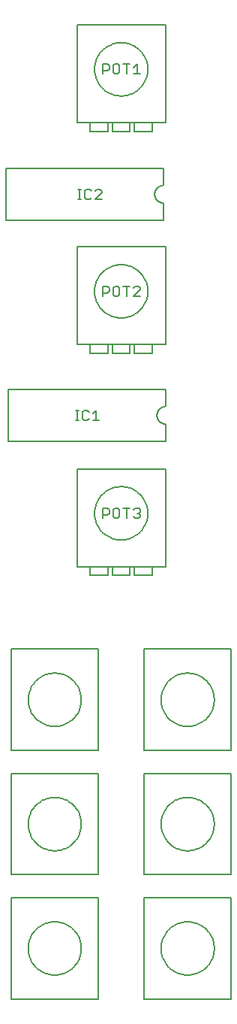
<source format=gto>
G75*
%MOIN*%
%OFA0B0*%
%FSLAX24Y24*%
%IPPOS*%
%LPD*%
%AMOC8*
5,1,8,0,0,1.08239X$1,22.5*
%
%ADD10C,0.0050*%
%ADD11C,0.0060*%
D10*
X001132Y000528D02*
X001132Y005016D01*
X004990Y005016D01*
X004990Y000528D01*
X001132Y000528D01*
X001132Y006040D02*
X001132Y010528D01*
X004990Y010528D01*
X004990Y006040D01*
X001132Y006040D01*
X001132Y011552D02*
X001132Y016040D01*
X004990Y016040D01*
X004990Y011552D01*
X001132Y011552D01*
X001880Y013796D02*
X001882Y013865D01*
X001888Y013933D01*
X001898Y014001D01*
X001912Y014068D01*
X001930Y014135D01*
X001951Y014200D01*
X001977Y014264D01*
X002006Y014326D01*
X002038Y014386D01*
X002074Y014445D01*
X002114Y014501D01*
X002156Y014555D01*
X002202Y014606D01*
X002251Y014655D01*
X002302Y014701D01*
X002356Y014743D01*
X002412Y014783D01*
X002470Y014819D01*
X002531Y014851D01*
X002593Y014880D01*
X002657Y014906D01*
X002722Y014927D01*
X002789Y014945D01*
X002856Y014959D01*
X002924Y014969D01*
X002992Y014975D01*
X003061Y014977D01*
X003130Y014975D01*
X003198Y014969D01*
X003266Y014959D01*
X003333Y014945D01*
X003400Y014927D01*
X003465Y014906D01*
X003529Y014880D01*
X003591Y014851D01*
X003651Y014819D01*
X003710Y014783D01*
X003766Y014743D01*
X003820Y014701D01*
X003871Y014655D01*
X003920Y014606D01*
X003966Y014555D01*
X004008Y014501D01*
X004048Y014445D01*
X004084Y014386D01*
X004116Y014326D01*
X004145Y014264D01*
X004171Y014200D01*
X004192Y014135D01*
X004210Y014068D01*
X004224Y014001D01*
X004234Y013933D01*
X004240Y013865D01*
X004242Y013796D01*
X004240Y013727D01*
X004234Y013659D01*
X004224Y013591D01*
X004210Y013524D01*
X004192Y013457D01*
X004171Y013392D01*
X004145Y013328D01*
X004116Y013266D01*
X004084Y013205D01*
X004048Y013147D01*
X004008Y013091D01*
X003966Y013037D01*
X003920Y012986D01*
X003871Y012937D01*
X003820Y012891D01*
X003766Y012849D01*
X003710Y012809D01*
X003652Y012773D01*
X003591Y012741D01*
X003529Y012712D01*
X003465Y012686D01*
X003400Y012665D01*
X003333Y012647D01*
X003266Y012633D01*
X003198Y012623D01*
X003130Y012617D01*
X003061Y012615D01*
X002992Y012617D01*
X002924Y012623D01*
X002856Y012633D01*
X002789Y012647D01*
X002722Y012665D01*
X002657Y012686D01*
X002593Y012712D01*
X002531Y012741D01*
X002470Y012773D01*
X002412Y012809D01*
X002356Y012849D01*
X002302Y012891D01*
X002251Y012937D01*
X002202Y012986D01*
X002156Y013037D01*
X002114Y013091D01*
X002074Y013147D01*
X002038Y013205D01*
X002006Y013266D01*
X001977Y013328D01*
X001951Y013392D01*
X001930Y013457D01*
X001912Y013524D01*
X001898Y013591D01*
X001888Y013659D01*
X001882Y013727D01*
X001880Y013796D01*
X001880Y008284D02*
X001882Y008353D01*
X001888Y008421D01*
X001898Y008489D01*
X001912Y008556D01*
X001930Y008623D01*
X001951Y008688D01*
X001977Y008752D01*
X002006Y008814D01*
X002038Y008874D01*
X002074Y008933D01*
X002114Y008989D01*
X002156Y009043D01*
X002202Y009094D01*
X002251Y009143D01*
X002302Y009189D01*
X002356Y009231D01*
X002412Y009271D01*
X002470Y009307D01*
X002531Y009339D01*
X002593Y009368D01*
X002657Y009394D01*
X002722Y009415D01*
X002789Y009433D01*
X002856Y009447D01*
X002924Y009457D01*
X002992Y009463D01*
X003061Y009465D01*
X003130Y009463D01*
X003198Y009457D01*
X003266Y009447D01*
X003333Y009433D01*
X003400Y009415D01*
X003465Y009394D01*
X003529Y009368D01*
X003591Y009339D01*
X003651Y009307D01*
X003710Y009271D01*
X003766Y009231D01*
X003820Y009189D01*
X003871Y009143D01*
X003920Y009094D01*
X003966Y009043D01*
X004008Y008989D01*
X004048Y008933D01*
X004084Y008874D01*
X004116Y008814D01*
X004145Y008752D01*
X004171Y008688D01*
X004192Y008623D01*
X004210Y008556D01*
X004224Y008489D01*
X004234Y008421D01*
X004240Y008353D01*
X004242Y008284D01*
X004240Y008215D01*
X004234Y008147D01*
X004224Y008079D01*
X004210Y008012D01*
X004192Y007945D01*
X004171Y007880D01*
X004145Y007816D01*
X004116Y007754D01*
X004084Y007693D01*
X004048Y007635D01*
X004008Y007579D01*
X003966Y007525D01*
X003920Y007474D01*
X003871Y007425D01*
X003820Y007379D01*
X003766Y007337D01*
X003710Y007297D01*
X003652Y007261D01*
X003591Y007229D01*
X003529Y007200D01*
X003465Y007174D01*
X003400Y007153D01*
X003333Y007135D01*
X003266Y007121D01*
X003198Y007111D01*
X003130Y007105D01*
X003061Y007103D01*
X002992Y007105D01*
X002924Y007111D01*
X002856Y007121D01*
X002789Y007135D01*
X002722Y007153D01*
X002657Y007174D01*
X002593Y007200D01*
X002531Y007229D01*
X002470Y007261D01*
X002412Y007297D01*
X002356Y007337D01*
X002302Y007379D01*
X002251Y007425D01*
X002202Y007474D01*
X002156Y007525D01*
X002114Y007579D01*
X002074Y007635D01*
X002038Y007693D01*
X002006Y007754D01*
X001977Y007816D01*
X001951Y007880D01*
X001930Y007945D01*
X001912Y008012D01*
X001898Y008079D01*
X001888Y008147D01*
X001882Y008215D01*
X001880Y008284D01*
X001880Y002772D02*
X001882Y002841D01*
X001888Y002909D01*
X001898Y002977D01*
X001912Y003044D01*
X001930Y003111D01*
X001951Y003176D01*
X001977Y003240D01*
X002006Y003302D01*
X002038Y003362D01*
X002074Y003421D01*
X002114Y003477D01*
X002156Y003531D01*
X002202Y003582D01*
X002251Y003631D01*
X002302Y003677D01*
X002356Y003719D01*
X002412Y003759D01*
X002470Y003795D01*
X002531Y003827D01*
X002593Y003856D01*
X002657Y003882D01*
X002722Y003903D01*
X002789Y003921D01*
X002856Y003935D01*
X002924Y003945D01*
X002992Y003951D01*
X003061Y003953D01*
X003130Y003951D01*
X003198Y003945D01*
X003266Y003935D01*
X003333Y003921D01*
X003400Y003903D01*
X003465Y003882D01*
X003529Y003856D01*
X003591Y003827D01*
X003651Y003795D01*
X003710Y003759D01*
X003766Y003719D01*
X003820Y003677D01*
X003871Y003631D01*
X003920Y003582D01*
X003966Y003531D01*
X004008Y003477D01*
X004048Y003421D01*
X004084Y003362D01*
X004116Y003302D01*
X004145Y003240D01*
X004171Y003176D01*
X004192Y003111D01*
X004210Y003044D01*
X004224Y002977D01*
X004234Y002909D01*
X004240Y002841D01*
X004242Y002772D01*
X004240Y002703D01*
X004234Y002635D01*
X004224Y002567D01*
X004210Y002500D01*
X004192Y002433D01*
X004171Y002368D01*
X004145Y002304D01*
X004116Y002242D01*
X004084Y002181D01*
X004048Y002123D01*
X004008Y002067D01*
X003966Y002013D01*
X003920Y001962D01*
X003871Y001913D01*
X003820Y001867D01*
X003766Y001825D01*
X003710Y001785D01*
X003652Y001749D01*
X003591Y001717D01*
X003529Y001688D01*
X003465Y001662D01*
X003400Y001641D01*
X003333Y001623D01*
X003266Y001609D01*
X003198Y001599D01*
X003130Y001593D01*
X003061Y001591D01*
X002992Y001593D01*
X002924Y001599D01*
X002856Y001609D01*
X002789Y001623D01*
X002722Y001641D01*
X002657Y001662D01*
X002593Y001688D01*
X002531Y001717D01*
X002470Y001749D01*
X002412Y001785D01*
X002356Y001825D01*
X002302Y001867D01*
X002251Y001913D01*
X002202Y001962D01*
X002156Y002013D01*
X002114Y002067D01*
X002074Y002123D01*
X002038Y002181D01*
X002006Y002242D01*
X001977Y002304D01*
X001951Y002368D01*
X001930Y002433D01*
X001912Y002500D01*
X001898Y002567D01*
X001888Y002635D01*
X001882Y002703D01*
X001880Y002772D01*
X004636Y019308D02*
X005423Y019308D01*
X005423Y019701D01*
X004636Y019701D01*
X004636Y019308D01*
X004636Y019701D02*
X004045Y019701D01*
X004045Y024032D01*
X007982Y024032D01*
X007982Y019701D01*
X007392Y019701D01*
X007392Y019308D01*
X006604Y019308D01*
X006604Y019701D01*
X006407Y019701D01*
X006407Y019308D01*
X005620Y019308D01*
X005620Y019701D01*
X005423Y019701D01*
X005620Y019701D02*
X006407Y019701D01*
X006604Y019701D02*
X007392Y019701D01*
X007037Y016040D02*
X007037Y011552D01*
X010896Y011552D01*
X010896Y016040D01*
X007037Y016040D01*
X007037Y010528D02*
X007037Y006040D01*
X010896Y006040D01*
X010896Y010528D01*
X007037Y010528D01*
X007037Y005016D02*
X007037Y000528D01*
X010896Y000528D01*
X010896Y005016D01*
X007037Y005016D01*
X007786Y002772D02*
X007788Y002841D01*
X007794Y002909D01*
X007804Y002977D01*
X007818Y003044D01*
X007836Y003111D01*
X007857Y003176D01*
X007883Y003240D01*
X007912Y003302D01*
X007944Y003362D01*
X007980Y003421D01*
X008020Y003477D01*
X008062Y003531D01*
X008108Y003582D01*
X008157Y003631D01*
X008208Y003677D01*
X008262Y003719D01*
X008318Y003759D01*
X008376Y003795D01*
X008437Y003827D01*
X008499Y003856D01*
X008563Y003882D01*
X008628Y003903D01*
X008695Y003921D01*
X008762Y003935D01*
X008830Y003945D01*
X008898Y003951D01*
X008967Y003953D01*
X009036Y003951D01*
X009104Y003945D01*
X009172Y003935D01*
X009239Y003921D01*
X009306Y003903D01*
X009371Y003882D01*
X009435Y003856D01*
X009497Y003827D01*
X009557Y003795D01*
X009616Y003759D01*
X009672Y003719D01*
X009726Y003677D01*
X009777Y003631D01*
X009826Y003582D01*
X009872Y003531D01*
X009914Y003477D01*
X009954Y003421D01*
X009990Y003362D01*
X010022Y003302D01*
X010051Y003240D01*
X010077Y003176D01*
X010098Y003111D01*
X010116Y003044D01*
X010130Y002977D01*
X010140Y002909D01*
X010146Y002841D01*
X010148Y002772D01*
X010146Y002703D01*
X010140Y002635D01*
X010130Y002567D01*
X010116Y002500D01*
X010098Y002433D01*
X010077Y002368D01*
X010051Y002304D01*
X010022Y002242D01*
X009990Y002181D01*
X009954Y002123D01*
X009914Y002067D01*
X009872Y002013D01*
X009826Y001962D01*
X009777Y001913D01*
X009726Y001867D01*
X009672Y001825D01*
X009616Y001785D01*
X009558Y001749D01*
X009497Y001717D01*
X009435Y001688D01*
X009371Y001662D01*
X009306Y001641D01*
X009239Y001623D01*
X009172Y001609D01*
X009104Y001599D01*
X009036Y001593D01*
X008967Y001591D01*
X008898Y001593D01*
X008830Y001599D01*
X008762Y001609D01*
X008695Y001623D01*
X008628Y001641D01*
X008563Y001662D01*
X008499Y001688D01*
X008437Y001717D01*
X008376Y001749D01*
X008318Y001785D01*
X008262Y001825D01*
X008208Y001867D01*
X008157Y001913D01*
X008108Y001962D01*
X008062Y002013D01*
X008020Y002067D01*
X007980Y002123D01*
X007944Y002181D01*
X007912Y002242D01*
X007883Y002304D01*
X007857Y002368D01*
X007836Y002433D01*
X007818Y002500D01*
X007804Y002567D01*
X007794Y002635D01*
X007788Y002703D01*
X007786Y002772D01*
X007786Y008284D02*
X007788Y008353D01*
X007794Y008421D01*
X007804Y008489D01*
X007818Y008556D01*
X007836Y008623D01*
X007857Y008688D01*
X007883Y008752D01*
X007912Y008814D01*
X007944Y008874D01*
X007980Y008933D01*
X008020Y008989D01*
X008062Y009043D01*
X008108Y009094D01*
X008157Y009143D01*
X008208Y009189D01*
X008262Y009231D01*
X008318Y009271D01*
X008376Y009307D01*
X008437Y009339D01*
X008499Y009368D01*
X008563Y009394D01*
X008628Y009415D01*
X008695Y009433D01*
X008762Y009447D01*
X008830Y009457D01*
X008898Y009463D01*
X008967Y009465D01*
X009036Y009463D01*
X009104Y009457D01*
X009172Y009447D01*
X009239Y009433D01*
X009306Y009415D01*
X009371Y009394D01*
X009435Y009368D01*
X009497Y009339D01*
X009557Y009307D01*
X009616Y009271D01*
X009672Y009231D01*
X009726Y009189D01*
X009777Y009143D01*
X009826Y009094D01*
X009872Y009043D01*
X009914Y008989D01*
X009954Y008933D01*
X009990Y008874D01*
X010022Y008814D01*
X010051Y008752D01*
X010077Y008688D01*
X010098Y008623D01*
X010116Y008556D01*
X010130Y008489D01*
X010140Y008421D01*
X010146Y008353D01*
X010148Y008284D01*
X010146Y008215D01*
X010140Y008147D01*
X010130Y008079D01*
X010116Y008012D01*
X010098Y007945D01*
X010077Y007880D01*
X010051Y007816D01*
X010022Y007754D01*
X009990Y007693D01*
X009954Y007635D01*
X009914Y007579D01*
X009872Y007525D01*
X009826Y007474D01*
X009777Y007425D01*
X009726Y007379D01*
X009672Y007337D01*
X009616Y007297D01*
X009558Y007261D01*
X009497Y007229D01*
X009435Y007200D01*
X009371Y007174D01*
X009306Y007153D01*
X009239Y007135D01*
X009172Y007121D01*
X009104Y007111D01*
X009036Y007105D01*
X008967Y007103D01*
X008898Y007105D01*
X008830Y007111D01*
X008762Y007121D01*
X008695Y007135D01*
X008628Y007153D01*
X008563Y007174D01*
X008499Y007200D01*
X008437Y007229D01*
X008376Y007261D01*
X008318Y007297D01*
X008262Y007337D01*
X008208Y007379D01*
X008157Y007425D01*
X008108Y007474D01*
X008062Y007525D01*
X008020Y007579D01*
X007980Y007635D01*
X007944Y007693D01*
X007912Y007754D01*
X007883Y007816D01*
X007857Y007880D01*
X007836Y007945D01*
X007818Y008012D01*
X007804Y008079D01*
X007794Y008147D01*
X007788Y008215D01*
X007786Y008284D01*
X007786Y013796D02*
X007788Y013865D01*
X007794Y013933D01*
X007804Y014001D01*
X007818Y014068D01*
X007836Y014135D01*
X007857Y014200D01*
X007883Y014264D01*
X007912Y014326D01*
X007944Y014386D01*
X007980Y014445D01*
X008020Y014501D01*
X008062Y014555D01*
X008108Y014606D01*
X008157Y014655D01*
X008208Y014701D01*
X008262Y014743D01*
X008318Y014783D01*
X008376Y014819D01*
X008437Y014851D01*
X008499Y014880D01*
X008563Y014906D01*
X008628Y014927D01*
X008695Y014945D01*
X008762Y014959D01*
X008830Y014969D01*
X008898Y014975D01*
X008967Y014977D01*
X009036Y014975D01*
X009104Y014969D01*
X009172Y014959D01*
X009239Y014945D01*
X009306Y014927D01*
X009371Y014906D01*
X009435Y014880D01*
X009497Y014851D01*
X009557Y014819D01*
X009616Y014783D01*
X009672Y014743D01*
X009726Y014701D01*
X009777Y014655D01*
X009826Y014606D01*
X009872Y014555D01*
X009914Y014501D01*
X009954Y014445D01*
X009990Y014386D01*
X010022Y014326D01*
X010051Y014264D01*
X010077Y014200D01*
X010098Y014135D01*
X010116Y014068D01*
X010130Y014001D01*
X010140Y013933D01*
X010146Y013865D01*
X010148Y013796D01*
X010146Y013727D01*
X010140Y013659D01*
X010130Y013591D01*
X010116Y013524D01*
X010098Y013457D01*
X010077Y013392D01*
X010051Y013328D01*
X010022Y013266D01*
X009990Y013205D01*
X009954Y013147D01*
X009914Y013091D01*
X009872Y013037D01*
X009826Y012986D01*
X009777Y012937D01*
X009726Y012891D01*
X009672Y012849D01*
X009616Y012809D01*
X009558Y012773D01*
X009497Y012741D01*
X009435Y012712D01*
X009371Y012686D01*
X009306Y012665D01*
X009239Y012647D01*
X009172Y012633D01*
X009104Y012623D01*
X009036Y012617D01*
X008967Y012615D01*
X008898Y012617D01*
X008830Y012623D01*
X008762Y012633D01*
X008695Y012647D01*
X008628Y012665D01*
X008563Y012686D01*
X008499Y012712D01*
X008437Y012741D01*
X008376Y012773D01*
X008318Y012809D01*
X008262Y012849D01*
X008208Y012891D01*
X008157Y012937D01*
X008108Y012986D01*
X008062Y013037D01*
X008020Y013091D01*
X007980Y013147D01*
X007944Y013205D01*
X007912Y013266D01*
X007883Y013328D01*
X007857Y013392D01*
X007836Y013457D01*
X007818Y013524D01*
X007804Y013591D01*
X007794Y013659D01*
X007788Y013727D01*
X007786Y013796D01*
X004833Y022064D02*
X004835Y022133D01*
X004841Y022201D01*
X004851Y022269D01*
X004865Y022336D01*
X004883Y022403D01*
X004904Y022468D01*
X004930Y022532D01*
X004959Y022594D01*
X004991Y022654D01*
X005027Y022713D01*
X005067Y022769D01*
X005109Y022823D01*
X005155Y022874D01*
X005204Y022923D01*
X005255Y022969D01*
X005309Y023011D01*
X005365Y023051D01*
X005423Y023087D01*
X005484Y023119D01*
X005546Y023148D01*
X005610Y023174D01*
X005675Y023195D01*
X005742Y023213D01*
X005809Y023227D01*
X005877Y023237D01*
X005945Y023243D01*
X006014Y023245D01*
X006083Y023243D01*
X006151Y023237D01*
X006219Y023227D01*
X006286Y023213D01*
X006353Y023195D01*
X006418Y023174D01*
X006482Y023148D01*
X006544Y023119D01*
X006604Y023087D01*
X006663Y023051D01*
X006719Y023011D01*
X006773Y022969D01*
X006824Y022923D01*
X006873Y022874D01*
X006919Y022823D01*
X006961Y022769D01*
X007001Y022713D01*
X007037Y022654D01*
X007069Y022594D01*
X007098Y022532D01*
X007124Y022468D01*
X007145Y022403D01*
X007163Y022336D01*
X007177Y022269D01*
X007187Y022201D01*
X007193Y022133D01*
X007195Y022064D01*
X007193Y021995D01*
X007187Y021927D01*
X007177Y021859D01*
X007163Y021792D01*
X007145Y021725D01*
X007124Y021660D01*
X007098Y021596D01*
X007069Y021534D01*
X007037Y021473D01*
X007001Y021415D01*
X006961Y021359D01*
X006919Y021305D01*
X006873Y021254D01*
X006824Y021205D01*
X006773Y021159D01*
X006719Y021117D01*
X006663Y021077D01*
X006605Y021041D01*
X006544Y021009D01*
X006482Y020980D01*
X006418Y020954D01*
X006353Y020933D01*
X006286Y020915D01*
X006219Y020901D01*
X006151Y020891D01*
X006083Y020885D01*
X006014Y020883D01*
X005945Y020885D01*
X005877Y020891D01*
X005809Y020901D01*
X005742Y020915D01*
X005675Y020933D01*
X005610Y020954D01*
X005546Y020980D01*
X005484Y021009D01*
X005423Y021041D01*
X005365Y021077D01*
X005309Y021117D01*
X005255Y021159D01*
X005204Y021205D01*
X005155Y021254D01*
X005109Y021305D01*
X005067Y021359D01*
X005027Y021415D01*
X004991Y021473D01*
X004959Y021534D01*
X004930Y021596D01*
X004904Y021660D01*
X004883Y021725D01*
X004865Y021792D01*
X004851Y021859D01*
X004841Y021927D01*
X004835Y021995D01*
X004833Y022064D01*
X004636Y029150D02*
X005423Y029150D01*
X005423Y029544D01*
X004636Y029544D01*
X004636Y029150D01*
X004636Y029544D02*
X004045Y029544D01*
X004045Y033875D01*
X007982Y033875D01*
X007982Y029544D01*
X007392Y029544D01*
X007392Y029150D01*
X006604Y029150D01*
X006604Y029544D01*
X006407Y029544D01*
X006407Y029150D01*
X005620Y029150D01*
X005620Y029544D01*
X005423Y029544D01*
X005620Y029544D02*
X006407Y029544D01*
X006604Y029544D02*
X007392Y029544D01*
X004833Y031906D02*
X004835Y031975D01*
X004841Y032043D01*
X004851Y032111D01*
X004865Y032178D01*
X004883Y032245D01*
X004904Y032310D01*
X004930Y032374D01*
X004959Y032436D01*
X004991Y032496D01*
X005027Y032555D01*
X005067Y032611D01*
X005109Y032665D01*
X005155Y032716D01*
X005204Y032765D01*
X005255Y032811D01*
X005309Y032853D01*
X005365Y032893D01*
X005423Y032929D01*
X005484Y032961D01*
X005546Y032990D01*
X005610Y033016D01*
X005675Y033037D01*
X005742Y033055D01*
X005809Y033069D01*
X005877Y033079D01*
X005945Y033085D01*
X006014Y033087D01*
X006083Y033085D01*
X006151Y033079D01*
X006219Y033069D01*
X006286Y033055D01*
X006353Y033037D01*
X006418Y033016D01*
X006482Y032990D01*
X006544Y032961D01*
X006604Y032929D01*
X006663Y032893D01*
X006719Y032853D01*
X006773Y032811D01*
X006824Y032765D01*
X006873Y032716D01*
X006919Y032665D01*
X006961Y032611D01*
X007001Y032555D01*
X007037Y032496D01*
X007069Y032436D01*
X007098Y032374D01*
X007124Y032310D01*
X007145Y032245D01*
X007163Y032178D01*
X007177Y032111D01*
X007187Y032043D01*
X007193Y031975D01*
X007195Y031906D01*
X007193Y031837D01*
X007187Y031769D01*
X007177Y031701D01*
X007163Y031634D01*
X007145Y031567D01*
X007124Y031502D01*
X007098Y031438D01*
X007069Y031376D01*
X007037Y031315D01*
X007001Y031257D01*
X006961Y031201D01*
X006919Y031147D01*
X006873Y031096D01*
X006824Y031047D01*
X006773Y031001D01*
X006719Y030959D01*
X006663Y030919D01*
X006605Y030883D01*
X006544Y030851D01*
X006482Y030822D01*
X006418Y030796D01*
X006353Y030775D01*
X006286Y030757D01*
X006219Y030743D01*
X006151Y030733D01*
X006083Y030727D01*
X006014Y030725D01*
X005945Y030727D01*
X005877Y030733D01*
X005809Y030743D01*
X005742Y030757D01*
X005675Y030775D01*
X005610Y030796D01*
X005546Y030822D01*
X005484Y030851D01*
X005423Y030883D01*
X005365Y030919D01*
X005309Y030959D01*
X005255Y031001D01*
X005204Y031047D01*
X005155Y031096D01*
X005109Y031147D01*
X005067Y031201D01*
X005027Y031257D01*
X004991Y031315D01*
X004959Y031376D01*
X004930Y031438D01*
X004904Y031502D01*
X004883Y031567D01*
X004865Y031634D01*
X004851Y031701D01*
X004841Y031769D01*
X004835Y031837D01*
X004833Y031906D01*
X004636Y038993D02*
X005423Y038993D01*
X005423Y039386D01*
X004636Y039386D01*
X004636Y038993D01*
X004636Y039386D02*
X004045Y039386D01*
X004045Y043717D01*
X007982Y043717D01*
X007982Y039386D01*
X007392Y039386D01*
X007392Y038993D01*
X006604Y038993D01*
X006604Y039386D01*
X006407Y039386D01*
X006407Y038993D01*
X005620Y038993D01*
X005620Y039386D01*
X005423Y039386D01*
X005620Y039386D02*
X006407Y039386D01*
X006604Y039386D02*
X007392Y039386D01*
X004833Y041749D02*
X004835Y041818D01*
X004841Y041886D01*
X004851Y041954D01*
X004865Y042021D01*
X004883Y042088D01*
X004904Y042153D01*
X004930Y042217D01*
X004959Y042279D01*
X004991Y042339D01*
X005027Y042398D01*
X005067Y042454D01*
X005109Y042508D01*
X005155Y042559D01*
X005204Y042608D01*
X005255Y042654D01*
X005309Y042696D01*
X005365Y042736D01*
X005423Y042772D01*
X005484Y042804D01*
X005546Y042833D01*
X005610Y042859D01*
X005675Y042880D01*
X005742Y042898D01*
X005809Y042912D01*
X005877Y042922D01*
X005945Y042928D01*
X006014Y042930D01*
X006083Y042928D01*
X006151Y042922D01*
X006219Y042912D01*
X006286Y042898D01*
X006353Y042880D01*
X006418Y042859D01*
X006482Y042833D01*
X006544Y042804D01*
X006604Y042772D01*
X006663Y042736D01*
X006719Y042696D01*
X006773Y042654D01*
X006824Y042608D01*
X006873Y042559D01*
X006919Y042508D01*
X006961Y042454D01*
X007001Y042398D01*
X007037Y042339D01*
X007069Y042279D01*
X007098Y042217D01*
X007124Y042153D01*
X007145Y042088D01*
X007163Y042021D01*
X007177Y041954D01*
X007187Y041886D01*
X007193Y041818D01*
X007195Y041749D01*
X007193Y041680D01*
X007187Y041612D01*
X007177Y041544D01*
X007163Y041477D01*
X007145Y041410D01*
X007124Y041345D01*
X007098Y041281D01*
X007069Y041219D01*
X007037Y041158D01*
X007001Y041100D01*
X006961Y041044D01*
X006919Y040990D01*
X006873Y040939D01*
X006824Y040890D01*
X006773Y040844D01*
X006719Y040802D01*
X006663Y040762D01*
X006605Y040726D01*
X006544Y040694D01*
X006482Y040665D01*
X006418Y040639D01*
X006353Y040618D01*
X006286Y040600D01*
X006219Y040586D01*
X006151Y040576D01*
X006083Y040570D01*
X006014Y040568D01*
X005945Y040570D01*
X005877Y040576D01*
X005809Y040586D01*
X005742Y040600D01*
X005675Y040618D01*
X005610Y040639D01*
X005546Y040665D01*
X005484Y040694D01*
X005423Y040726D01*
X005365Y040762D01*
X005309Y040802D01*
X005255Y040844D01*
X005204Y040890D01*
X005155Y040939D01*
X005109Y040990D01*
X005067Y041044D01*
X005027Y041100D01*
X004991Y041158D01*
X004959Y041219D01*
X004930Y041281D01*
X004904Y041345D01*
X004883Y041410D01*
X004865Y041477D01*
X004851Y041544D01*
X004841Y041612D01*
X004835Y041680D01*
X004833Y041749D01*
D11*
X005188Y041687D02*
X005408Y041687D01*
X005482Y041760D01*
X005482Y041907D01*
X005408Y041980D01*
X005188Y041980D01*
X005188Y041540D01*
X005649Y041613D02*
X005722Y041540D01*
X005869Y041540D01*
X005942Y041613D01*
X005942Y041907D01*
X005869Y041980D01*
X005722Y041980D01*
X005649Y041907D01*
X005649Y041613D01*
X006109Y041980D02*
X006403Y041980D01*
X006569Y041834D02*
X006716Y041980D01*
X006716Y041540D01*
X006569Y041540D02*
X006863Y041540D01*
X006256Y041540D02*
X006256Y041980D01*
X007908Y037360D02*
X007908Y036610D01*
X007869Y036608D01*
X007830Y036602D01*
X007792Y036593D01*
X007755Y036580D01*
X007719Y036563D01*
X007686Y036543D01*
X007654Y036519D01*
X007625Y036493D01*
X007599Y036464D01*
X007575Y036432D01*
X007555Y036399D01*
X007538Y036363D01*
X007525Y036326D01*
X007516Y036288D01*
X007510Y036249D01*
X007508Y036210D01*
X007510Y036171D01*
X007516Y036132D01*
X007525Y036094D01*
X007538Y036057D01*
X007555Y036021D01*
X007575Y035988D01*
X007599Y035956D01*
X007625Y035927D01*
X007654Y035901D01*
X007686Y035877D01*
X007719Y035857D01*
X007755Y035840D01*
X007792Y035827D01*
X007830Y035818D01*
X007869Y035812D01*
X007908Y035810D01*
X007908Y035060D01*
X000908Y035060D01*
X000908Y037360D01*
X007908Y037360D01*
X006790Y032130D02*
X006643Y032130D01*
X006569Y032057D01*
X006403Y032130D02*
X006109Y032130D01*
X006256Y032130D02*
X006256Y031690D01*
X005942Y031763D02*
X005942Y032057D01*
X005869Y032130D01*
X005722Y032130D01*
X005649Y032057D01*
X005649Y031763D01*
X005722Y031690D01*
X005869Y031690D01*
X005942Y031763D01*
X005482Y031910D02*
X005408Y031837D01*
X005188Y031837D01*
X005188Y031690D02*
X005188Y032130D01*
X005408Y032130D01*
X005482Y032057D01*
X005482Y031910D01*
X006569Y031690D02*
X006863Y031984D01*
X006863Y032057D01*
X006790Y032130D01*
X006863Y031690D02*
X006569Y031690D01*
X008008Y027560D02*
X008008Y026810D01*
X007969Y026808D01*
X007930Y026802D01*
X007892Y026793D01*
X007855Y026780D01*
X007819Y026763D01*
X007786Y026743D01*
X007754Y026719D01*
X007725Y026693D01*
X007699Y026664D01*
X007675Y026632D01*
X007655Y026599D01*
X007638Y026563D01*
X007625Y026526D01*
X007616Y026488D01*
X007610Y026449D01*
X007608Y026410D01*
X007610Y026371D01*
X007616Y026332D01*
X007625Y026294D01*
X007638Y026257D01*
X007655Y026221D01*
X007675Y026188D01*
X007699Y026156D01*
X007725Y026127D01*
X007754Y026101D01*
X007786Y026077D01*
X007819Y026057D01*
X007855Y026040D01*
X007892Y026027D01*
X007930Y026018D01*
X007969Y026012D01*
X008008Y026010D01*
X008008Y025260D01*
X001008Y025260D01*
X001008Y027560D01*
X008008Y027560D01*
X006790Y022280D02*
X006643Y022280D01*
X006569Y022207D01*
X006403Y022280D02*
X006109Y022280D01*
X006256Y022280D02*
X006256Y021840D01*
X005942Y021913D02*
X005942Y022207D01*
X005869Y022280D01*
X005722Y022280D01*
X005649Y022207D01*
X005649Y021913D01*
X005722Y021840D01*
X005869Y021840D01*
X005942Y021913D01*
X005482Y022060D02*
X005408Y021987D01*
X005188Y021987D01*
X005188Y021840D02*
X005188Y022280D01*
X005408Y022280D01*
X005482Y022207D01*
X005482Y022060D01*
X006569Y021913D02*
X006643Y021840D01*
X006790Y021840D01*
X006863Y021913D01*
X006863Y021987D01*
X006790Y022060D01*
X006716Y022060D01*
X006790Y022060D02*
X006863Y022134D01*
X006863Y022207D01*
X006790Y022280D01*
X005043Y026182D02*
X004750Y026182D01*
X004897Y026182D02*
X004897Y026622D01*
X004750Y026475D01*
X004583Y026549D02*
X004510Y026622D01*
X004363Y026622D01*
X004289Y026549D01*
X004289Y026255D01*
X004363Y026182D01*
X004510Y026182D01*
X004583Y026255D01*
X004129Y026182D02*
X003983Y026182D01*
X004056Y026182D02*
X004056Y026622D01*
X003983Y026622D02*
X004129Y026622D01*
X004162Y035990D02*
X004162Y036430D01*
X004235Y036430D02*
X004088Y036430D01*
X004088Y035990D02*
X004235Y035990D01*
X004395Y036063D02*
X004469Y035990D01*
X004615Y035990D01*
X004689Y036063D01*
X004856Y035990D02*
X005149Y036284D01*
X005149Y036357D01*
X005076Y036430D01*
X004929Y036430D01*
X004856Y036357D01*
X004689Y036357D02*
X004615Y036430D01*
X004469Y036430D01*
X004395Y036357D01*
X004395Y036063D01*
X004856Y035990D02*
X005149Y035990D01*
M02*

</source>
